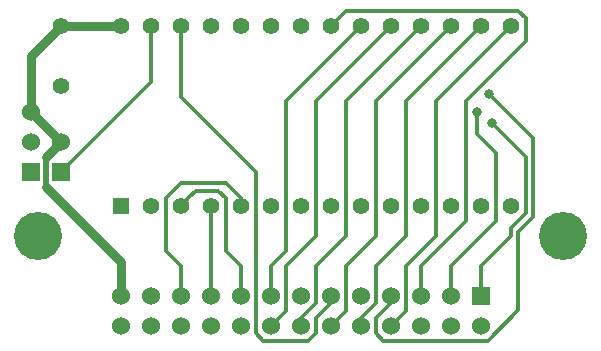
<source format=gbr>
G04 #@! TF.GenerationSoftware,KiCad,Pcbnew,(5.1.0)-1*
G04 #@! TF.CreationDate,2020-02-17T20:17:44-08:00*
G04 #@! TF.ProjectId,radio-86rk-rom,72616469-6f2d-4383-9672-6b2d726f6d2e,rev?*
G04 #@! TF.SameCoordinates,Original*
G04 #@! TF.FileFunction,Copper,L2,Bot*
G04 #@! TF.FilePolarity,Positive*
%FSLAX46Y46*%
G04 Gerber Fmt 4.6, Leading zero omitted, Abs format (unit mm)*
G04 Created by KiCad (PCBNEW (5.1.0)-1) date 2020-02-17 20:17:44*
%MOMM*%
%LPD*%
G04 APERTURE LIST*
%ADD10C,1.397000*%
%ADD11C,4.064000*%
%ADD12R,1.524000X1.524000*%
%ADD13C,1.524000*%
%ADD14R,1.397000X1.397000*%
%ADD15C,0.800000*%
%ADD16C,0.750000*%
%ADD17C,0.500000*%
%ADD18C,0.350000*%
G04 APERTURE END LIST*
D10*
X119380000Y-91440000D03*
X119380000Y-96520000D03*
D11*
X117475000Y-109220000D03*
X161925000Y-109220000D03*
D12*
X154940000Y-114300000D03*
D13*
X154940000Y-116840000D03*
X152400000Y-114300000D03*
X152400000Y-116840000D03*
X149860000Y-114300000D03*
X149860000Y-116840000D03*
X147320000Y-114300000D03*
X147320000Y-116840000D03*
X144780000Y-114300000D03*
X144780000Y-116840000D03*
X142240000Y-114300000D03*
X142240000Y-116840000D03*
X139700000Y-114300000D03*
X139700000Y-116840000D03*
X137160000Y-114300000D03*
X137160000Y-116840000D03*
X134620000Y-114300000D03*
X134620000Y-116840000D03*
X132080000Y-114300000D03*
X132080000Y-116840000D03*
X129540000Y-114300000D03*
X129540000Y-116840000D03*
X127000000Y-114300000D03*
X127000000Y-116840000D03*
X124460000Y-114300000D03*
X124460000Y-116840000D03*
D12*
X116840000Y-103822500D03*
D13*
X116840000Y-101282500D03*
X116840000Y-98742500D03*
D14*
X124460000Y-106680000D03*
D10*
X127000000Y-106680000D03*
X129540000Y-106680000D03*
X132080000Y-106680000D03*
X134620000Y-106680000D03*
X137160000Y-106680000D03*
X139700000Y-106680000D03*
X142240000Y-106680000D03*
X144780000Y-106680000D03*
X147320000Y-106680000D03*
X149860000Y-106680000D03*
X152400000Y-106680000D03*
X154940000Y-106680000D03*
X157480000Y-106680000D03*
X157480000Y-91440000D03*
X154940000Y-91440000D03*
X152400000Y-91440000D03*
X149860000Y-91440000D03*
X147320000Y-91440000D03*
X144780000Y-91440000D03*
X142240000Y-91440000D03*
X139700000Y-91440000D03*
X137160000Y-91440000D03*
X134620000Y-91440000D03*
X132080000Y-91440000D03*
X129540000Y-91440000D03*
X127000000Y-91440000D03*
X124460000Y-91440000D03*
D12*
X119380000Y-103822500D03*
D13*
X119380000Y-101282500D03*
D15*
X155892500Y-99695000D03*
X154622500Y-98742500D03*
X155611403Y-97191403D03*
D16*
X118618001Y-100520501D02*
X116840000Y-98742500D01*
X119380000Y-101282500D02*
X118618001Y-100520501D01*
X119380000Y-101282500D02*
X118110000Y-102552500D01*
X116840000Y-93980000D02*
X119380000Y-91440000D01*
X116840000Y-98742500D02*
X116840000Y-93980000D01*
X119380000Y-91440000D02*
X124460000Y-91440000D01*
D17*
X118110000Y-104457500D02*
X118110000Y-102552500D01*
X118110000Y-105092500D02*
X118110000Y-104457500D01*
D16*
X124460000Y-111442500D02*
X118110000Y-105092500D01*
X124460000Y-114300000D02*
X124460000Y-111442500D01*
D18*
X157480000Y-108585000D02*
X158750000Y-107315000D01*
X157480000Y-109220000D02*
X157480000Y-108585000D01*
X154940000Y-114300000D02*
X154940000Y-111760000D01*
X154940000Y-111760000D02*
X157480000Y-109220000D01*
X158750000Y-102552500D02*
X155892500Y-99695000D01*
X158750000Y-107315000D02*
X158750000Y-102552500D01*
X152400000Y-111760000D02*
X152400000Y-114300000D01*
X156210000Y-107950000D02*
X152400000Y-111760000D01*
X156210000Y-102235000D02*
X156210000Y-107950000D01*
X154622500Y-98742500D02*
X154622500Y-100647500D01*
X154622500Y-100647500D02*
X156210000Y-102235000D01*
X143510000Y-90170000D02*
X142240000Y-91440000D01*
X158115000Y-90170000D02*
X143510000Y-90170000D01*
X149860000Y-111760000D02*
X153670000Y-107950000D01*
X149860000Y-114300000D02*
X149860000Y-111760000D01*
X153670000Y-107950000D02*
X153670000Y-97790000D01*
X153670000Y-97790000D02*
X158750000Y-92710000D01*
X158750000Y-92710000D02*
X158750000Y-90805000D01*
X158750000Y-90805000D02*
X158115000Y-90170000D01*
X158125631Y-108891869D02*
X159385000Y-107632500D01*
X158125631Y-115559369D02*
X158125631Y-108891869D01*
X147320000Y-114935000D02*
X146050000Y-116205000D01*
X159385000Y-107632500D02*
X159385000Y-100965000D01*
X147320000Y-114300000D02*
X147320000Y-114935000D01*
X146050000Y-116205000D02*
X146050000Y-117475000D01*
X146050000Y-117475000D02*
X146685000Y-118110000D01*
X146685000Y-118110000D02*
X155575000Y-118110000D01*
X159385000Y-100965000D02*
X155611403Y-97191403D01*
X155575000Y-118110000D02*
X158125631Y-115559369D01*
X151130000Y-97790000D02*
X157480000Y-91440000D01*
X151130000Y-109220000D02*
X151130000Y-97790000D01*
X148590000Y-111760000D02*
X151130000Y-109220000D01*
X147320000Y-116840000D02*
X148590000Y-115570000D01*
X148590000Y-115570000D02*
X148590000Y-111760000D01*
X154241501Y-92138499D02*
X154940000Y-91440000D01*
X144780000Y-116205000D02*
X146050000Y-114935000D01*
X144780000Y-116840000D02*
X144780000Y-116205000D01*
X146050000Y-114935000D02*
X146050000Y-111760000D01*
X146050000Y-111760000D02*
X148590000Y-109220000D01*
X148590000Y-109220000D02*
X148590000Y-97790000D01*
X148590000Y-97790000D02*
X154241501Y-92138499D01*
X142240000Y-114300000D02*
X142240000Y-114935000D01*
X140335000Y-118110000D02*
X136525000Y-118110000D01*
X135890000Y-117475000D02*
X135890000Y-103822500D01*
X129540000Y-97472500D02*
X129540000Y-92427828D01*
X142240000Y-114935000D02*
X140970000Y-116205000D01*
X129540000Y-92427828D02*
X129540000Y-91440000D01*
X140970000Y-116205000D02*
X140970000Y-117475000D01*
X140970000Y-117475000D02*
X140335000Y-118110000D01*
X136525000Y-118110000D02*
X135890000Y-117475000D01*
X135890000Y-103822500D02*
X129540000Y-97472500D01*
X146050000Y-97790000D02*
X152400000Y-91440000D01*
X146050000Y-109220000D02*
X146050000Y-97790000D01*
X143510000Y-111760000D02*
X146050000Y-109220000D01*
X142240000Y-116840000D02*
X143510000Y-115570000D01*
X143510000Y-115570000D02*
X143510000Y-111760000D01*
X149161501Y-92138499D02*
X149860000Y-91440000D01*
X139700000Y-116205000D02*
X140970000Y-114935000D01*
X139700000Y-116840000D02*
X139700000Y-116205000D01*
X140970000Y-114935000D02*
X140970000Y-111760000D01*
X140970000Y-111760000D02*
X143510000Y-109220000D01*
X143510000Y-109220000D02*
X143510000Y-97790000D01*
X143510000Y-97790000D02*
X149161501Y-92138499D01*
X144081501Y-92138499D02*
X144780000Y-91440000D01*
X138430000Y-97790000D02*
X144081501Y-92138499D01*
X137160000Y-111760000D02*
X138430000Y-110490000D01*
X137160000Y-114300000D02*
X137160000Y-111760000D01*
X138430000Y-110490000D02*
X138430000Y-97790000D01*
X140970000Y-97790000D02*
X147320000Y-91440000D01*
X137160000Y-116840000D02*
X138430000Y-115570000D01*
X138430000Y-115570000D02*
X138430000Y-111760000D01*
X138430000Y-111760000D02*
X140970000Y-109220000D01*
X140970000Y-109220000D02*
X140970000Y-97790000D01*
X130238499Y-105981501D02*
X129540000Y-106680000D01*
X134620000Y-111760000D02*
X133350000Y-110490000D01*
X134620000Y-114300000D02*
X134620000Y-111760000D01*
X133350000Y-110490000D02*
X133350000Y-106045000D01*
X133350000Y-106045000D02*
X132715000Y-105410000D01*
X132715000Y-105410000D02*
X130810000Y-105410000D01*
X130810000Y-105410000D02*
X130238499Y-105981501D01*
X132080000Y-113222370D02*
X132080000Y-106680000D01*
X132080000Y-114300000D02*
X132080000Y-113222370D01*
X134620000Y-106045000D02*
X134620000Y-106680000D01*
X129540000Y-114300000D02*
X129540000Y-111760000D01*
X128270000Y-110490000D02*
X128270000Y-106045000D01*
X128270000Y-106045000D02*
X129540000Y-104775000D01*
X129540000Y-111760000D02*
X128270000Y-110490000D01*
X129540000Y-104775000D02*
X133350000Y-104775000D01*
X133350000Y-104775000D02*
X134620000Y-106045000D01*
X127000000Y-92427828D02*
X127000000Y-91440000D01*
X119380000Y-103822500D02*
X127000000Y-96202500D01*
X127000000Y-96202500D02*
X127000000Y-92427828D01*
M02*

</source>
